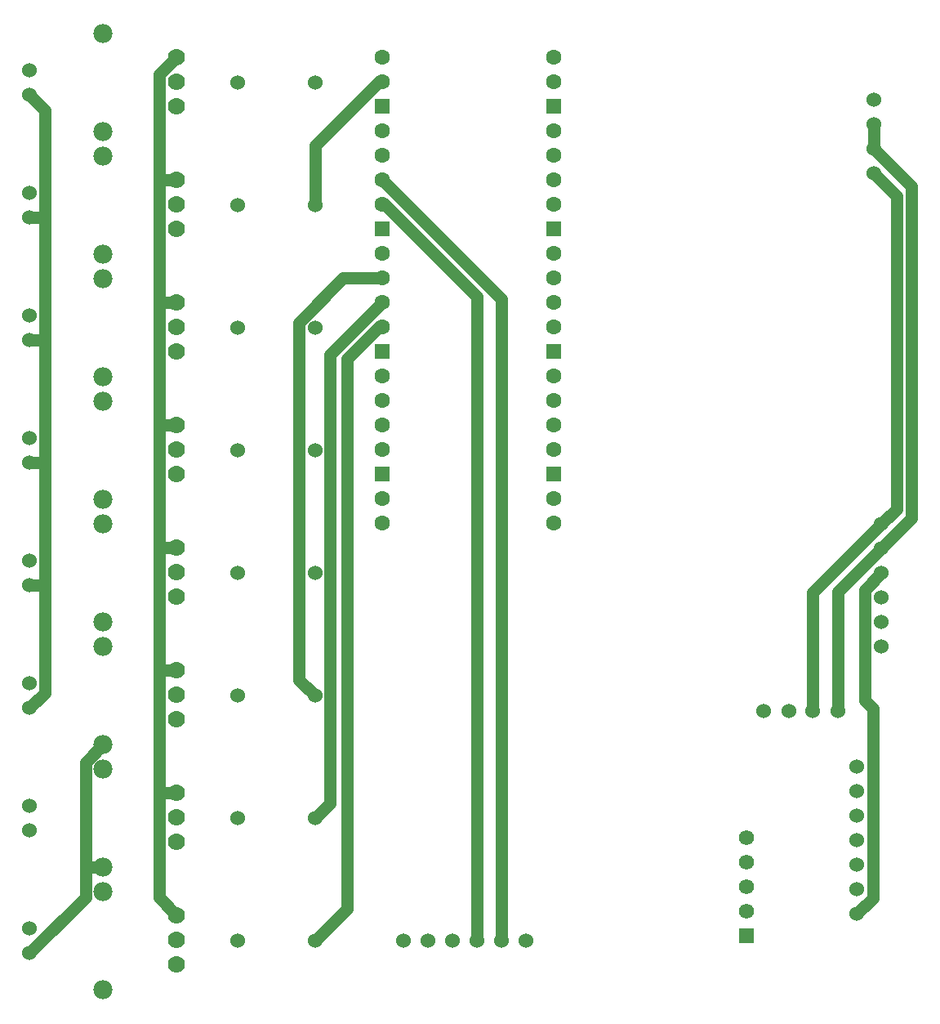
<source format=gtl>
G04 Layer: TopLayer*
G04 EasyEDA v6.5.23, 2023-08-12 17:48:43*
G04 Gerber Generator version 0.2*
G04 Scale: 100 percent, Rotated: No, Reflected: No *
G04 Dimensions in millimeters *
G04 leading zeros omitted , absolute positions ,4 integer and 5 decimal *
%FSLAX45Y45*%
%MOMM*%

%ADD10C,1.2700*%
%ADD11C,1.6000*%
%ADD12R,1.6000X1.6000*%
%ADD13C,1.7780*%
%ADD14C,1.5240*%
%ADD15C,1.9812*%
%ADD16C,1.5748*%
%ADD17R,1.5748X1.5748*%

%LPD*%
D10*
X4165498Y4572000D02*
G01*
X4495672Y4902174D01*
X4495672Y10601299D01*
X4826330Y10931956D01*
X4860010Y10931956D01*
X4165498Y5842000D02*
G01*
X4320565Y5997067D01*
X4320565Y10646511D01*
X4860010Y11185956D01*
X4165498Y12191974D02*
G01*
X4165498Y12811099D01*
X4826355Y13471956D01*
X4860010Y13471956D01*
X6096000Y4572000D02*
G01*
X6096000Y11219967D01*
X4860010Y12455956D01*
X5842000Y4572000D02*
G01*
X5842000Y11245291D01*
X4885334Y12201956D01*
X4860010Y12201956D01*
X4165498Y7111974D02*
G01*
X3996537Y7280935D01*
X3996537Y10979912D01*
X4456582Y11439956D01*
X4860010Y11439956D01*
X10032974Y8381974D02*
G01*
X9862616Y8211616D01*
X9862616Y7066457D01*
X9945522Y6983552D01*
X9945522Y5017947D01*
X9778974Y4851400D01*
X9321774Y6953250D02*
G01*
X9321774Y8178774D01*
X10032974Y8889974D01*
X10032974Y8889974D02*
G01*
X10193020Y9050020D01*
X10193020Y12288926D01*
X9956774Y12525171D01*
X1363979Y8254974D02*
G01*
X1206500Y8254974D01*
X1363979Y9524974D02*
G01*
X1206500Y9524974D01*
X1363979Y8254974D02*
G01*
X1363979Y9524974D01*
X1363979Y10794974D02*
G01*
X1206500Y10794974D01*
X1363979Y9524974D02*
G01*
X1363979Y10794974D01*
X1363979Y12064974D02*
G01*
X1206500Y12064974D01*
X1363979Y10794974D02*
G01*
X1363979Y12064974D01*
X1363979Y12064974D02*
G01*
X1363979Y13177494D01*
X1206500Y13334974D01*
X1206500Y6984974D02*
G01*
X1363979Y7142454D01*
X1363979Y8254974D01*
X1788160Y5334000D02*
G01*
X1968500Y5334000D01*
X1206500Y4445000D02*
G01*
X1788160Y5026660D01*
X1788160Y5334000D01*
X1788160Y5334000D02*
G01*
X1788160Y6423634D01*
X1968500Y6603974D01*
X9588474Y6953250D02*
G01*
X9588474Y8191474D01*
X10032974Y8635974D01*
X2548813Y12458674D02*
G01*
X2730500Y12458674D01*
X2730500Y13728674D02*
G01*
X2548813Y13546988D01*
X2548813Y12458674D01*
X2548813Y11188674D02*
G01*
X2730500Y11188674D01*
X2548813Y12458674D02*
G01*
X2548813Y11188674D01*
X2548813Y9918674D02*
G01*
X2730500Y9918674D01*
X2548813Y11188674D02*
G01*
X2548813Y9918674D01*
X2548813Y8648674D02*
G01*
X2730500Y8648674D01*
X2548813Y9918674D02*
G01*
X2548813Y8648674D01*
X2548813Y7378674D02*
G01*
X2730500Y7378674D01*
X2548813Y8648674D02*
G01*
X2548813Y7378674D01*
X2548813Y6108700D02*
G01*
X2730500Y6108700D01*
X2548813Y7378674D02*
G01*
X2548813Y6108700D01*
X2548813Y6108700D02*
G01*
X2548813Y5020386D01*
X2730500Y4838700D01*
X10032974Y8635974D02*
G01*
X10346054Y8949054D01*
X10346054Y12389891D01*
X9956774Y12779171D01*
X9956774Y13033171D02*
G01*
X9956774Y12779171D01*
D11*
G01*
X4860010Y8899982D03*
G01*
X4860010Y9153982D03*
D12*
G01*
X4859985Y9407982D03*
D11*
G01*
X4860010Y9661982D03*
G01*
X4860010Y9915982D03*
G01*
X4860010Y10169982D03*
G01*
X4860010Y10423982D03*
D12*
G01*
X4859985Y10677982D03*
D11*
G01*
X4860010Y10931956D03*
G01*
X4860010Y11185956D03*
G01*
X4860010Y13725956D03*
G01*
X4860010Y13471956D03*
D12*
G01*
X4859985Y13217982D03*
D11*
G01*
X4860010Y12963956D03*
G01*
X4860010Y12709956D03*
G01*
X4860010Y12455956D03*
G01*
X4860010Y12201956D03*
D12*
G01*
X4859985Y11947982D03*
D11*
G01*
X4860010Y11693956D03*
G01*
X4860010Y11439956D03*
G01*
X6637985Y11439956D03*
G01*
X6637985Y11693956D03*
D12*
G01*
X6637985Y11947982D03*
D11*
G01*
X6637985Y12201956D03*
G01*
X6637985Y12455956D03*
G01*
X6637985Y12709956D03*
G01*
X6637985Y12963956D03*
D12*
G01*
X6637985Y13217982D03*
D11*
G01*
X6637985Y13471956D03*
G01*
X6637985Y13725956D03*
G01*
X6637985Y11185956D03*
G01*
X6637985Y10931956D03*
D12*
G01*
X6637985Y10677982D03*
D11*
G01*
X6637985Y10423982D03*
G01*
X6637985Y10169982D03*
G01*
X6637985Y9915982D03*
G01*
X6637985Y9661982D03*
D12*
G01*
X6637985Y9407982D03*
D11*
G01*
X6637985Y9153982D03*
G01*
X6637985Y8899982D03*
D13*
G01*
X2730500Y4838700D03*
G01*
X2730500Y4584700D03*
G01*
X2730500Y4330700D03*
G01*
X2730500Y6108674D03*
G01*
X2730500Y5854674D03*
G01*
X2730500Y5600674D03*
G01*
X2730500Y7378674D03*
G01*
X2730500Y7124674D03*
G01*
X2730500Y6870674D03*
G01*
X2730500Y8648674D03*
G01*
X2730500Y8394674D03*
G01*
X2730500Y8140674D03*
G01*
X2730500Y9918674D03*
G01*
X2730500Y9664674D03*
G01*
X2730500Y9410674D03*
G01*
X2730500Y11188674D03*
G01*
X2730500Y10934674D03*
G01*
X2730500Y10680674D03*
G01*
X2730500Y12458674D03*
G01*
X2730500Y12204674D03*
G01*
X2730500Y11950674D03*
G01*
X2730500Y13728674D03*
G01*
X2730500Y13474674D03*
G01*
X2730500Y13220674D03*
D14*
G01*
X6350000Y4572000D03*
G01*
X6096000Y4572000D03*
G01*
X5842000Y4572000D03*
G01*
X5588000Y4572000D03*
G01*
X5334000Y4572000D03*
G01*
X5080000Y4572000D03*
G01*
X1206500Y13588974D03*
G01*
X1206500Y13334974D03*
G01*
X1206500Y12318974D03*
G01*
X1206500Y12064974D03*
G01*
X1206500Y11048974D03*
G01*
X1206500Y10794974D03*
G01*
X1206500Y9778974D03*
G01*
X1206500Y9524974D03*
G01*
X1206500Y8508974D03*
G01*
X1206500Y8254974D03*
G01*
X1206500Y7238974D03*
G01*
X1206500Y6984974D03*
G01*
X1206500Y5968974D03*
G01*
X1206500Y5714974D03*
G01*
X1206500Y4699000D03*
G01*
X1206500Y4445000D03*
D15*
G01*
X1968500Y13969974D03*
G01*
X1968500Y12953974D03*
G01*
X1968500Y12699974D03*
G01*
X1968500Y11683974D03*
G01*
X1968500Y11429974D03*
G01*
X1968500Y10413974D03*
G01*
X1968500Y10159974D03*
G01*
X1968500Y9143974D03*
G01*
X1968500Y8889974D03*
G01*
X1968500Y7873974D03*
G01*
X1968500Y7619974D03*
G01*
X1968500Y6603974D03*
G01*
X1968500Y6349974D03*
G01*
X1968500Y5333974D03*
G01*
X1968500Y5080000D03*
G01*
X1968500Y4064000D03*
D14*
G01*
X3365500Y13461974D03*
G01*
X4165498Y13461974D03*
G01*
X3365500Y12191974D03*
G01*
X4165498Y12191974D03*
G01*
X3365500Y10921974D03*
G01*
X4165498Y10921974D03*
G01*
X3365500Y9651974D03*
G01*
X4165498Y9651974D03*
G01*
X3365500Y8381974D03*
G01*
X4165498Y8381974D03*
G01*
X3365500Y7111974D03*
G01*
X4165498Y7111974D03*
G01*
X3365500Y5841974D03*
G01*
X4165498Y5841974D03*
G01*
X3365500Y4572000D03*
G01*
X4165498Y4572000D03*
G01*
X9778974Y6375400D03*
G01*
X9778974Y6121400D03*
G01*
X9778974Y5867400D03*
G01*
X9778974Y5613400D03*
G01*
X9778974Y5359400D03*
G01*
X9778974Y5105400D03*
G01*
X9778974Y4851400D03*
D16*
G01*
X8635974Y5645150D03*
G01*
X8635974Y5391150D03*
G01*
X8635974Y5137150D03*
G01*
X8635974Y4883150D03*
D17*
G01*
X8635974Y4629150D03*
D14*
G01*
X9588474Y6953250D03*
G01*
X9321774Y6953250D03*
G01*
X9080474Y6953250D03*
G01*
X8813774Y6953250D03*
G01*
X10032974Y7619974D03*
G01*
X10032974Y7873974D03*
G01*
X10032974Y8127974D03*
G01*
X10032974Y8381974D03*
G01*
X10032974Y8635974D03*
G01*
X10032974Y8889974D03*
G01*
X9956774Y13287171D03*
G01*
X9956774Y13033171D03*
G01*
X9956774Y12779171D03*
G01*
X9956774Y12525171D03*
M02*

</source>
